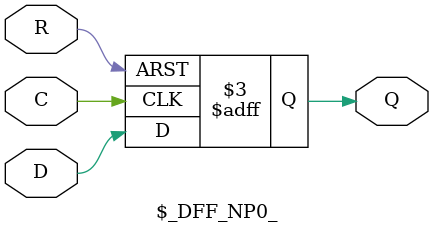
<source format=v>
module \$_DFF_NP0_ (D, C, R, Q);
input D, C, R;
output reg Q;
always @(negedge C or posedge R) begin
	if (R == 1)
		Q <= 0;
	else
		Q <= D;
end
endmodule

</source>
